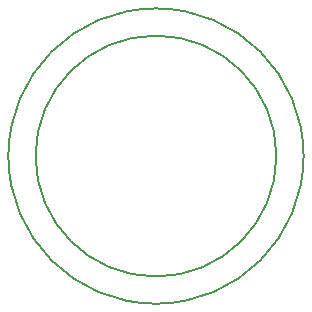
<source format=gm1>
G04 #@! TF.GenerationSoftware,KiCad,Pcbnew,5.0.2-bee76a0~70~ubuntu18.04.1*
G04 #@! TF.CreationDate,2019-05-15T03:21:57+02:00*
G04 #@! TF.ProjectId,ring,72696e67-2e6b-4696-9361-645f70636258,rev?*
G04 #@! TF.SameCoordinates,Original*
G04 #@! TF.FileFunction,Profile,NP*
%FSLAX46Y46*%
G04 Gerber Fmt 4.6, Leading zero omitted, Abs format (unit mm)*
G04 Created by KiCad (PCBNEW 5.0.2-bee76a0~70~ubuntu18.04.1) date Mi 15 Mai 2019 03:21:57 CEST*
%MOMM*%
%LPD*%
G01*
G04 APERTURE LIST*
%ADD10C,0.150000*%
G04 APERTURE END LIST*
D10*
X120200000Y-80000000D02*
G75*
G03X120200000Y-80000000I-10200000J0D01*
G01*
X122500000Y-80000000D02*
G75*
G03X122500000Y-80000000I-12500000J0D01*
G01*
M02*

</source>
